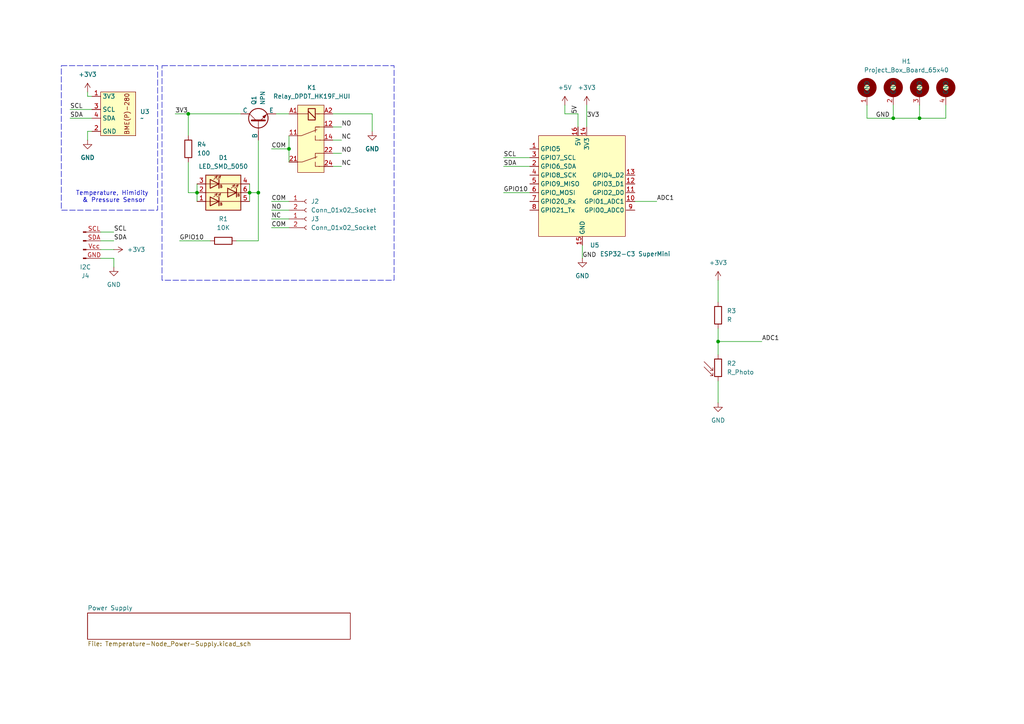
<source format=kicad_sch>
(kicad_sch (version 20231120) (generator "eeschema") (generator_version "8.0")
  (paper "A4")
  (lib_symbols
    (symbol "+3V3_1" (power) (pin_numbers hide) (pin_names (offset 0) hide)
      (property "Value" "+3V3" (at 0 3.556 0))
      (symbol "+3V3_1_0_1"
        (polyline (pts (xy -0.762 1.27) (xy 0 2.54)))
        (polyline (pts (xy 0 0) (xy 0 2.54)))
        (polyline (pts (xy 0 2.54) (xy 0.762 1.27)))
      )
      (symbol "+3V3_1_1_1"
        (pin power_in line (at 0 0 90) (length 0) (name "~") (number "1"))
      )
    )
    (symbol "Alexander Symbol Library:Conn_I2C" (pin_names (offset 1.016) hide)
      (property "Reference" "J" (at 0 5.08 0))
      (property "Value" "I2C" (at 0 -7.62 0))
      (symbol "Conn_I2C_1_1"
        (polyline (pts (xy 1.27 -5.08) (xy 0.8636 -5.08)) (stroke (width 0.1524)))
        (polyline (pts (xy 1.27 -2.54) (xy 0.8636 -2.54)) (stroke (width 0.1524)))
        (polyline (pts (xy 1.27 0) (xy 0.8636 0)) (stroke (width 0.1524)))
        (polyline (pts (xy 1.27 2.54) (xy 0.8636 2.54)) (stroke (width 0.1524)))
        (rectangle (start 0.8636 -4.953) (end 0 -5.207) (stroke (width 0.1524)) (fill (type outline)))
        (rectangle (start 0.8636 -2.413) (end 0 -2.667) (stroke (width 0.1524)) (fill (type outline)))
        (rectangle (start 0.8636 0.127) (end 0 -0.127) (stroke (width 0.1524)) (fill (type outline)))
        (rectangle (start 0.8636 2.667) (end 0 2.413) (stroke (width 0.1524)) (fill (type outline)))
        (pin power_out line (at 5.08 2.54 180) (length 3.81) (name "GND") (number "GND"))
        (pin bidirectional line (at 5.08 -5.08 180) (length 3.81) (name "SCL") (number "SCL"))
        (pin bidirectional line (at 5.08 -2.54 180) (length 3.81) (name "SDA") (number "SDA"))
        (pin power_in line (at 5.08 0 180) (length 3.81) (name "VCC") (number "Vcc"))
      )
    )
    (symbol "Alexander Symbol Library:ESP32-C3-SuperMini"
      (property "Reference" "U" (at 0 0 0))
      (property "Value" "ESP32-C3 SuperMini" (at 25.654 0 0))
      (symbol "ESP32-C3-SuperMini_0_1"
        (rectangle (start 0 -2.54) (end 25.146 -31.75) (fill (type background)))
      )
      (symbol "ESP32-C3-SuperMini_1_1"
        (pin bidirectional line (at -2.54 -6.35 0) (length 2.54) (name "GPIO5") (number "1"))
        (pin bidirectional line (at 27.94 -21.59 180) (length 2.54) (name "GPIO1_ADC1") (number "10"))
        (pin bidirectional line (at 27.94 -19.05 180) (length 2.54) (name "GPIO2_D0") (number "11"))
        (pin bidirectional line (at 27.94 -16.51 180) (length 2.54) (name "GPIO3_D1") (number "12"))
        (pin bidirectional line (at 27.94 -13.97 180) (length 2.54) (name "GPIO4_D2") (number "13"))
        (pin power_in line (at 13.97 0 270) (length 2.54) (name "3V3") (number "14"))
        (pin power_out line (at 12.7 -34.29 90) (length 2.54) (name "GND") (number "15"))
        (pin power_in line (at 11.43 0 270) (length 2.54) (name "5V") (number "16"))
        (pin bidirectional line (at -2.54 -11.43 0) (length 2.54) (name "GPIO6_SDA") (number "2"))
        (pin bidirectional line (at -2.54 -8.89 0) (length 2.54) (name "GPIO7_SCL") (number "3"))
        (pin bidirectional line (at -2.54 -13.97 0) (length 2.54) (name "GPIO8_SCK") (number "4"))
        (pin bidirectional line (at -2.54 -16.51 0) (length 2.54) (name "GPIO9_MISO") (number "5"))
        (pin bidirectional line (at -2.54 -19.05 0) (length 2.54) (name "GPIO_MOSI") (number "6"))
        (pin bidirectional line (at -2.54 -21.59 0) (length 2.54) (name "GPIO20_Rx") (number "7"))
        (pin bidirectional line (at -2.54 -24.13 0) (length 2.54) (name "GPIO21_Tx") (number "8"))
        (pin bidirectional line (at 27.94 -24.13 180) (length 2.54) (name "GPIO0_ADC0") (number "9"))
      )
    )
    (symbol "Alexander Symbol Library:LED_SMD_5050" (pin_names hide)
      (property "Reference" "D" (at -5.08 6.35 0))
      (property "Value" "LED_SMD_5050" (at -5.08 -6.35 0))
      (symbol "LED_SMD_5050_0_0"
        (text "B" (at -0.635 -3.3274 0) (effects (font (size 0.762 0.762))))
      )
      (symbol "LED_SMD_5050_0_1"
        (rectangle (start -5.08 5.08) (end 5.08 -5.08) (stroke (width 0.254)) (fill (type background)))
        (polyline (pts (xy -5.08 -2.54) (xy 5.08 -2.54)))
        (polyline (pts (xy -5.08 0) (xy 5.08 0)))
        (polyline (pts (xy -5.08 2.54) (xy 5.08 2.54)))
        (polyline (pts (xy -2.794 -1.27) (xy -1.778 -0.254)))
        (polyline (pts (xy -2.794 3.81) (xy -1.778 4.826)))
        (polyline (pts (xy -1.778 -1.27) (xy -0.762 -0.254)))
        (polyline (pts (xy -1.778 3.81) (xy -0.762 4.826)))
        (polyline (pts (xy -1.27 -1.27) (xy -1.27 -3.81)) (stroke (width 0.254)))
        (polyline (pts (xy -1.27 3.81) (xy -1.27 1.27)) (stroke (width 0.254)))
        (polyline (pts (xy 2.286 1.27) (xy 3.302 2.286)))
        (polyline (pts (xy 3.302 1.27) (xy 4.318 2.286)))
        (polyline (pts (xy 3.81 1.27) (xy 3.81 -1.27)) (stroke (width 0.254)))
        (polyline (pts (xy -2.54 4.572) (xy -1.778 4.826) (xy -2.032 4.064)))
        (polyline (pts (xy -2.032 -1.016) (xy -1.778 -0.254) (xy -2.54 -0.508)))
        (polyline (pts (xy -1.524 -0.508) (xy -0.762 -0.254) (xy -1.016 -1.016)))
        (polyline (pts (xy -1.524 4.572) (xy -0.762 4.826) (xy -1.016 4.064)))
        (polyline (pts (xy 3.048 1.524) (xy 3.302 2.286) (xy 2.54 2.032)))
        (polyline (pts (xy 3.556 2.032) (xy 4.318 2.286) (xy 4.064 1.524)))
        (polyline (pts (xy -3.81 -1.27) (xy -3.81 -3.81) (xy -1.27 -2.54) (xy -3.81 -1.27)) (stroke (width 0.254)))
        (polyline (pts (xy -3.81 3.81) (xy -3.81 1.27) (xy -1.27 2.54) (xy -3.81 3.81)) (stroke (width 0.254)))
        (polyline (pts (xy 1.27 1.27) (xy 1.27 -1.27) (xy 3.81 0) (xy 1.27 1.27)) (stroke (width 0.254)))
      )
      (symbol "LED_SMD_5050_1_0"
        (text "B" (at -0.635 1.8034 0) (effects (font (size 0.762 0.762))))
        (text "B" (at 4.4196 -0.7112 0) (effects (font (size 0.762 0.762))))
      )
      (symbol "LED_SMD_5050_1_1"
        (pin passive line (at -7.62 -2.54 0) (length 2.54) (name "AB") (number "1"))
        (pin passive line (at -7.62 0 0) (length 2.54) (name "KB") (number "2"))
        (pin passive line (at -7.62 2.54 0) (length 2.54) (name "AR") (number "3"))
        (pin passive line (at 7.62 2.54 180) (length 2.54) (name "KR") (number "4"))
        (pin passive line (at 7.62 -2.54 180) (length 2.54) (name "AG") (number "5"))
        (pin passive line (at 7.62 0 180) (length 2.54) (name "KR") (number "6"))
      )
    )
    (symbol "Alexander_Library_Symbols:BME(P)280"
      (property "Reference" "U" (at 0 0 0))
      (symbol "BME(P)280_0_1"
        (rectangle (start -2.54 -2.54) (end 7.62 -15.24) (fill (type background)))
      )
      (symbol "BME(P)280_1_1"
        (text "BME(P)-280" (at 5.08 -8.89 900) (effects (font (size 1.27 1.27))))
        (pin power_in line (at -5.08 -3.81 0) (length 2.54) (name "3V3") (number "1"))
        (pin power_out line (at -5.08 -13.97 0) (length 2.54) (name "GND") (number "2"))
        (pin input line (at -5.08 -7.62 0) (length 2.54) (name "SCL") (number "3"))
        (pin bidirectional line (at -5.08 -10.16 0) (length 2.54) (name "SDA") (number "4"))
      )
    )
    (symbol "Alexander_Library_Symbols:Project_Box_Board_65x40"
      (property "Reference" "H" (at 0 7.62 0))
      (property "Value" "Project_Box_Board_65x40" (at 0 5.08 0))
      (symbol "Project_Box_Board_65x40_0_1"
        (circle (center -11.43 -1.27) (radius 1.27) (fill (type background)))
        (circle (center -11.43 -1.27) (radius 1.7961) (stroke (width 2)))
        (circle (center -3.81 -1.27) (radius 1.27) (fill (type background)))
        (circle (center -3.81 -1.27) (radius 1.7961) (stroke (width 2)))
        (circle (center 3.81 -1.27) (radius 1.27) (fill (type background)))
        (circle (center 3.81 -1.27) (radius 1.7961) (stroke (width 2)))
        (circle (center 11.43 -1.27) (radius 1.27) (fill (type background)))
        (circle (center 11.43 -1.27) (radius 1.7961) (stroke (width 2)))
      )
      (symbol "Project_Box_Board_65x40_1_1"
        (pin passive line (at -11.43 -6.35 90) (length 2.54) (name "GND") (number "1"))
        (pin passive line (at -3.81 -6.35 90) (length 2.54) (name "GND") (number "2"))
        (pin passive line (at 3.81 -6.35 90) (length 2.54) (name "GND") (number "3"))
        (pin passive line (at 11.43 -6.35 90) (length 2.54) (name "GND") (number "4"))
      )
    )
    (symbol "Alexander_Library_Symbols:Relay_DPDT_HK19F_HUI"
      (property "Reference" "K1" (at 0.254 2.54 0))
      (property "Value" "Relay_DPDT_HK19F_HUI" (at 0.254 0 0))
      (symbol "Relay_DPDT_HK19F_HUI_0_1"
        (rectangle (start -3.81 -2.54) (end 3.81 -22.098) (fill (type background)))
        (rectangle (start -0.762 -3.556) (end 1.27 -6.858) (stroke (width 0.254)))
        (polyline (pts (xy -4.064 -5.08) (xy -0.762 -5.08)))
        (polyline (pts (xy -0.762 -4.318) (xy 1.27 -6.35)) (stroke (width 0.254)))
        (polyline (pts (xy 1.27 -19.05) (xy 1.27 -19.558)))
        (polyline (pts (xy 1.27 -12.7) (xy 1.27 -11.938)))
        (polyline (pts (xy 1.27 -11.43) (xy 1.27 -11.938)))
        (polyline (pts (xy 1.778 -5.08) (xy 4.064 -5.08)))
        (polyline (pts (xy 2.032 -16.51) (xy 4.064 -16.51)))
        (polyline (pts (xy 2.286 -20.32) (xy 4.318 -20.32)))
        (polyline (pts (xy 2.54 -12.7) (xy 4.572 -12.7)))
        (polyline (pts (xy 2.54 -5.08) (xy 1.27 -5.08)))
        (polyline (pts (xy 2.794 -12.7) (xy 1.27 -12.7)))
        (polyline (pts (xy -3.81 -19.05) (xy -2.54 -19.05) (xy 1.778 -17.526)))
        (polyline (pts (xy -3.81 -11.43) (xy -2.794 -11.43) (xy 1.778 -9.652)))
        (polyline (pts (xy 2.54 -20.32) (xy 1.27 -20.32) (xy 1.27 -19.558)))
        (polyline (pts (xy 2.54 -16.51) (xy 1.27 -16.51) (xy 1.27 -18.034)))
        (polyline (pts (xy 2.54 -8.89) (xy 1.27 -8.89) (xy 1.27 -10.414)))
        (polyline (pts (xy 3.81 -8.89) (xy 2.286 -8.89) (xy 1.524 -8.89)))
      )
      (symbol "Relay_DPDT_HK19F_HUI_1_1"
        (pin passive line (at -6.35 -11.43 0) (length 2.54) (name "~") (number "11"))
        (pin passive line (at 6.35 -8.89 180) (length 2.54) (name "~") (number "12"))
        (pin passive line (at 6.35 -12.7 180) (length 2.54) (name "~") (number "14"))
        (pin passive line (at -6.35 -19.05 0) (length 2.54) (name "~") (number "21"))
        (pin passive line (at 6.35 -16.51 180) (length 2.54) (name "~") (number "22"))
        (pin passive line (at 6.35 -20.32 180) (length 2.54) (name "~") (number "24"))
        (pin passive line (at -6.35 -5.08 0) (length 2.54) (name "~") (number "A1"))
        (pin passive line (at 6.35 -5.08 180) (length 2.54) (name "~") (number "A2"))
      )
    )
    (symbol "Connector:Conn_01x02_Socket" (pin_names (offset 1.016) hide)
      (property "Reference" "J" (at 0 2.54 0))
      (property "Value" "Conn_01x02_Socket" (at 0 -5.08 0))
      (symbol "Conn_01x02_Socket_1_1"
        (arc (start 0 -2.032) (mid -0.5058 -2.54) (end 0 -3.048) (stroke (width 0.1524)))
        (polyline (pts (xy -1.27 -2.54) (xy -0.508 -2.54)) (stroke (width 0.1524)))
        (polyline (pts (xy -1.27 0) (xy -0.508 0)) (stroke (width 0.1524)))
        (arc (start 0 0.508) (mid -0.5058 0) (end 0 -0.508) (stroke (width 0.1524)))
        (pin passive line (at -5.08 0 0) (length 3.81) (name "Pin_1") (number "1"))
        (pin passive line (at -5.08 -2.54 0) (length 3.81) (name "Pin_2") (number "2"))
      )
    )
    (symbol "Device:R" (pin_numbers hide) (pin_names (offset 0))
      (property "Reference" "R" (at 2.032 0 90))
      (property "Value" "R" (at 0 0 90))
      (symbol "R_0_1"
        (rectangle (start -1.016 -2.54) (end 1.016 2.54) (stroke (width 0.254)))
      )
      (symbol "R_1_1"
        (pin passive line (at 0 3.81 270) (length 1.27) (name "~") (number "1"))
        (pin passive line (at 0 -3.81 90) (length 1.27) (name "~") (number "2"))
      )
    )
    (symbol "Device:R_Photo" (pin_numbers hide) (pin_names (offset 0))
      (property "Reference" "R" (at 1.27 1.27 0))
      (property "Value" "R_Photo" (at 1.27 0 0))
      (symbol "R_Photo_0_1"
        (rectangle (start -1.016 2.54) (end 1.016 -2.54) (stroke (width 0.254)))
        (polyline (pts (xy -1.524 -2.286) (xy -4.064 0.254)))
        (polyline (pts (xy -1.524 -2.286) (xy -2.286 -2.286)))
        (polyline (pts (xy -1.524 -2.286) (xy -1.524 -1.524)))
        (polyline (pts (xy -1.524 -0.762) (xy -4.064 1.778)))
        (polyline (pts (xy -1.524 -0.762) (xy -2.286 -0.762)))
        (polyline (pts (xy -1.524 -0.762) (xy -1.524 0)))
      )
      (symbol "R_Photo_1_1"
        (pin passive line (at 0 3.81 270) (length 1.27) (name "~") (number "1"))
        (pin passive line (at 0 -3.81 90) (length 1.27) (name "~") (number "2"))
      )
    )
    (symbol "GND_1" (power) (pin_numbers hide) (pin_names (offset 0) hide)
      (property "Value" "GND" (at 0 -3.81 0))
      (symbol "GND_1_0_1"
        (polyline (pts (xy 0 0) (xy 0 -1.27) (xy 1.27 -1.27) (xy 0 -2.54) (xy -1.27 -1.27) (xy 0 -1.27)))
      )
      (symbol "GND_1_1_1"
        (pin power_in line (at 0 0 270) (length 0) (name "~") (number "1"))
      )
    )
    (symbol "GND_5" (power) (pin_numbers hide) (pin_names (offset 0) hide)
      (property "Value" "GND" (at 0 -3.81 0))
      (symbol "GND_5_0_1"
        (polyline (pts (xy 0 0) (xy 0 -1.27) (xy 1.27 -1.27) (xy 0 -2.54) (xy -1.27 -1.27) (xy 0 -1.27)))
      )
      (symbol "GND_5_1_1"
        (pin power_in line (at 0 0 270) (length 0) (name "~") (number "1"))
      )
    )
    (symbol "Simulation_SPICE:NPN" (pin_numbers hide) (pin_names (offset 0))
      (property "Reference" "Q" (at -2.54 7.62 0))
      (property "Value" "NPN" (at -2.54 5.08 0))
      (symbol "NPN_0_1"
        (polyline (pts (xy -2.54 0) (xy 0.635 0)) (stroke (width 0.1524)))
        (polyline (pts (xy 0.635 0.635) (xy 2.54 2.54)))
        (polyline (pts (xy 2.794 -1.27) (xy 2.794 -1.27)) (stroke (width 0.1524)))
        (polyline (pts (xy 2.794 -1.27) (xy 2.794 -1.27)) (stroke (width 0.1524)))
        (polyline (pts (xy 0.635 -0.635) (xy 2.54 -2.54) (xy 2.54 -2.54)))
        (polyline (pts (xy 0.635 1.905) (xy 0.635 -1.905) (xy 0.635 -1.905)) (stroke (width 0.508)))
        (polyline (pts (xy 1.27 -1.778) (xy 1.778 -1.27) (xy 2.286 -2.286) (xy 1.27 -1.778) (xy 1.27 -1.778)) (fill (type outline)))
        (circle (center 1.27 0) (radius 2.8194) (stroke (width 0.254)))
      )
      (symbol "NPN_1_1"
        (pin open_collector line (at 2.54 5.08 270) (length 2.54) (name "C") (number "1"))
        (pin input line (at -5.08 0 0) (length 2.54) (name "B") (number "2"))
        (pin open_emitter line (at 2.54 -5.08 90) (length 2.54) (name "E") (number "3"))
      )
    )
    (symbol "power:+3.3V" (power) (pin_numbers hide) (pin_names (offset 0) hide)
      (property "Value" "+3.3V" (at 0 3.556 0))
      (symbol "+3.3V_0_1"
        (polyline (pts (xy -0.762 1.27) (xy 0 2.54)))
        (polyline (pts (xy 0 0) (xy 0 2.54)))
        (polyline (pts (xy 0 2.54) (xy 0.762 1.27)))
      )
      (symbol "+3.3V_1_1"
        (pin power_in line (at 0 0 90) (length 0) (name "~") (number "1"))
      )
    )
    (symbol "power:+3V3" (power) (pin_names (offset 0))
      (property "Value" "+3V3" (at 0 3.556 0))
      (symbol "+3V3_0_1"
        (polyline (pts (xy -0.762 1.27) (xy 0 2.54)))
        (polyline (pts (xy 0 0) (xy 0 2.54)))
        (polyline (pts (xy 0 2.54) (xy 0.762 1.27)))
      )
      (symbol "+3V3_1_1"
        (pin power_in line (at 0 0 90) (length 0) hide (name "+3V3") (number "1"))
      )
    )
    (symbol "power:+5V" (power) (pin_numbers hide) (pin_names (offset 0) hide)
      (property "Value" "+5V" (at 0 3.556 0))
      (symbol "+5V_0_1"
        (polyline (pts (xy -0.762 1.27) (xy 0 2.54)))
        (polyline (pts (xy 0 0) (xy 0 2.54)))
        (polyline (pts (xy 0 2.54) (xy 0.762 1.27)))
      )
      (symbol "+5V_1_1"
        (pin power_in line (at 0 0 90) (length 0) (name "~") (number "1"))
      )
    )
    (symbol "power:GND" (power) (pin_numbers hide) (pin_names (offset 0) hide)
      (property "Value" "GND" (at 0 -3.81 0))
      (symbol "GND_0_1"
        (polyline (pts (xy 0 0) (xy 0 -1.27) (xy 1.27 -1.27) (xy 0 -2.54) (xy -1.27 -1.27) (xy 0 -1.27)))
      )
      (symbol "GND_1_1"
        (pin power_in line (at 0 0 270) (length 0) (name "~") (number "1"))
      )
    )
  )
  (junction (at 83.82 43.18))
  (junction (at 54.61 33.02))
  (junction (at 259.08 34.29))
  (junction (at 57.15 55.88))
  (junction (at 266.7 34.29))
  (junction (at 208.28 99.06))
  (junction (at 74.93 55.88))
  (junction (at 72.39 55.88))
  (wire (pts (xy 33.02 74.93) (xy 33.02 77.47)))
  (wire (pts (xy 78.74 63.5) (xy 83.82 63.5)))
  (wire (pts (xy 29.21 67.31) (xy 33.02 67.31)))
  (wire (pts (xy 25.4 26.67) (xy 25.4 27.94)))
  (wire (pts (xy 259.08 30.48) (xy 259.08 34.29)))
  (wire (pts (xy 163.83 30.48) (xy 163.83 33.02)))
  (wire (pts (xy 96.52 40.64) (xy 99.06 40.64)))
  (wire (pts (xy 146.05 48.26) (xy 153.67 48.26)))
  (wire (pts (xy 146.05 45.72) (xy 153.67 45.72)))
  (wire (pts (xy 83.82 43.18) (xy 83.82 39.37)))
  (wire (pts (xy 83.82 43.18) (xy 83.82 46.99)))
  (wire (pts (xy 96.52 36.83) (xy 99.06 36.83)))
  (wire (pts (xy 274.32 34.29) (xy 274.32 30.48)))
  (wire (pts (xy 146.05 55.88) (xy 153.67 55.88)))
  (wire (pts (xy 251.46 30.48) (xy 251.46 34.29)))
  (wire (pts (xy 25.4 38.1) (xy 25.4 40.64)))
  (wire (pts (xy 20.32 34.29) (xy 26.67 34.29)))
  (wire (pts (xy 74.93 40.64) (xy 74.93 55.88)))
  (wire (pts (xy 80.01 33.02) (xy 83.82 33.02)))
  (wire (pts (xy 208.28 99.06) (xy 208.28 102.87)))
  (wire (pts (xy 107.95 33.02) (xy 107.95 38.1)))
  (wire (pts (xy 54.61 33.02) (xy 69.85 33.02)))
  (wire (pts (xy 29.21 74.93) (xy 33.02 74.93)))
  (wire (pts (xy 266.7 34.29) (xy 274.32 34.29)))
  (wire (pts (xy 57.15 53.34) (xy 57.15 55.88)))
  (wire (pts (xy 72.39 55.88) (xy 72.39 53.34)))
  (wire (pts (xy 57.15 55.88) (xy 57.15 58.42)))
  (wire (pts (xy 78.74 58.42) (xy 83.82 58.42)))
  (wire (pts (xy 96.52 44.45) (xy 99.06 44.45)))
  (wire (pts (xy 52.07 69.85) (xy 60.96 69.85)))
  (wire (pts (xy 72.39 55.88) (xy 74.93 55.88)))
  (wire (pts (xy 54.61 46.99) (xy 54.61 55.88)))
  (wire (pts (xy 208.28 81.28) (xy 208.28 87.63)))
  (wire (pts (xy 74.93 69.85) (xy 68.58 69.85)))
  (wire (pts (xy 74.93 55.88) (xy 74.93 69.85)))
  (wire (pts (xy 29.21 69.85) (xy 33.02 69.85)))
  (wire (pts (xy 220.98 99.06) (xy 208.28 99.06)))
  (wire (pts (xy 78.74 43.18) (xy 83.82 43.18)))
  (wire (pts (xy 72.39 55.88) (xy 72.39 58.42)))
  (wire (pts (xy 96.52 48.26) (xy 99.06 48.26)))
  (wire (pts (xy 25.4 27.94) (xy 26.67 27.94)))
  (wire (pts (xy 20.32 31.75) (xy 26.67 31.75)))
  (wire (pts (xy 259.08 34.29) (xy 266.7 34.29)))
  (wire (pts (xy 184.15 58.42) (xy 190.5 58.42)))
  (wire (pts (xy 78.74 60.96) (xy 83.82 60.96)))
  (wire (pts (xy 78.74 66.04) (xy 83.82 66.04)))
  (wire (pts (xy 29.21 72.39) (xy 33.02 72.39)))
  (wire (pts (xy 96.52 33.02) (xy 107.95 33.02)))
  (wire (pts (xy 54.61 33.02) (xy 54.61 39.37)))
  (wire (pts (xy 208.28 95.25) (xy 208.28 99.06)))
  (wire (pts (xy 163.83 33.02) (xy 167.64 33.02)))
  (wire (pts (xy 167.64 33.02) (xy 167.64 36.83)))
  (wire (pts (xy 26.67 38.1) (xy 25.4 38.1)))
  (wire (pts (xy 208.28 110.49) (xy 208.28 116.84)))
  (wire (pts (xy 170.18 30.48) (xy 170.18 36.83)))
  (wire (pts (xy 266.7 30.48) (xy 266.7 34.29)))
  (wire (pts (xy 57.15 55.88) (xy 54.61 55.88)))
  (wire (pts (xy 50.8 33.02) (xy 54.61 33.02)))
  (wire (pts (xy 168.91 71.12) (xy 168.91 74.93)))
  (wire (pts (xy 251.46 34.29) (xy 259.08 34.29)))
  (rectangle (start 46.99 19.05) (end 114.3 81.28) (stroke (width 0) (type dash)))
  (rectangle (start 17.78 19.05) (end 45.72 60.96) (stroke (width 0) (type dash)))
  (text "Temperature, Himidity \n& Pressure Sensor" (at 33.02 57.15 0) (effects (font (size 1.27 1.27))))
  (label "SDA" (at 33.02 69.85 0))
  (label "SCL" (at 20.32 31.75 0))
  (label "GPIO10" (at 52.07 69.85 0))
  (label "NO" (at 99.06 44.45 0))
  (label "NO" (at 78.74 60.96 0))
  (label "COM" (at 78.74 43.18 0))
  (label "NC" (at 99.06 40.64 0))
  (label "COM" (at 78.74 66.04 0))
  (label "NO" (at 99.06 36.83 0))
  (label "GND" (at 254 34.29 0))
  (label "COM" (at 78.74 58.42 0))
  (label "GPIO10" (at 146.05 55.88 0))
  (label "NC" (at 78.74 63.5 0))
  (label "SCL" (at 146.05 45.72 0))
  (label "5V" (at 167.64 33.02 90))
  (label "SDA" (at 20.32 34.29 0))
  (label "SDA" (at 146.05 48.26 0))
  (label "ADC1" (at 190.5 58.42 0))
  (label "3V3" (at 50.8 33.02 0))
  (label "GND" (at 168.91 74.93 0))
  (label "SCL" (at 33.02 67.31 0))
  (label "NC" (at 99.06 48.26 0))
  (label "ADC1" (at 220.98 99.06 0))
  (label "3V3" (at 170.18 34.29 0))
  (symbol (lib_id "Alexander Symbol Library:Conn_I2C") (at 24.13 72.39 0) (mirror x) (unit 1)
    (property "Reference" "J4" (at 24.765 80.01 0))
    (property "Value" "I2C" (at 24.765 77.47 0))
    (property "Footprint" "Alexander Footprint Library:Conn_I2C" (effects (hide yes)))
    (property "Description" "I2C connector, single row, 01x04" (effects (hide yes)))
  )
  (symbol (lib_name "+3V3_1") (lib_id "power:+3V3") (at 33.02 72.39 270) (unit 1)
    (property "Reference" "#PWR014" (effects (hide yes)))
    (property "Value" "+3V3" (at 36.83 72.3899 90) (effects (justify left)))
    (property "Description" "Power symbol creates a global label with name \"+3V3\"" (effects (hide yes)))
  )
  (symbol (lib_id "Alexander Symbol Library:LED_SMD_5050") (at 64.77 55.88 0) (unit 1)
    (property "Reference" "D1" (at 64.77 45.72 0))
    (property "Value" "LED_SMD_5050" (at 64.77 48.26 0))
    (property "Footprint" "Alexander Footprint Library:LED_5050-6" (effects (hide yes)))
    (property "Datasheet" "https://www.cree.com/led-components/media/documents/CLS6B-FKW.pdf" (effects (hide yes)))
    (property "Description" "Cree PLCC6 3 in 1 SMD LED, PLCC-6" (effects (hide yes)))
  )
  (symbol (lib_id "Device:R") (at 64.77 69.85 270) (unit 1)
    (property "Reference" "R1" (at 64.77 63.5 90))
    (property "Value" "10K" (at 64.77 66.04 90))
    (property "Footprint" "Resistor_SMD:R_1206_3216Metric_Pad1.30x1.75mm_HandSolder" (effects (hide yes)))
    (property "Description" "Resistor" (effects (hide yes)))
  )
  (symbol (lib_name "GND_5") (lib_id "power:GND") (at 25.4 40.64 0) (unit 1)
    (property "Reference" "#PWR09" (effects (hide yes)))
    (property "Value" "GND" (at 25.4 45.72 0) (effects (font (bold yes))))
    (property "Description" "Power symbol creates a global label with name \"GND\" , ground" (effects (hide yes)))
  )
  (symbol (lib_id "Simulation_SPICE:NPN") (at 74.93 35.56 90) (unit 1)
    (property "Reference" "Q1" (at 73.6599 30.48 0) (effects (justify left)))
    (property "Value" "NPN" (at 76.1999 30.48 0) (effects (justify left)))
    (property "Footprint" "Package_TO_SOT_THT:TO-92" (effects (hide yes)))
    (property "Datasheet" "https://ngspice.sourceforge.io/docs/ngspice-html-manual/manual.xhtml#cha_BJTs" (effects (hide yes)))
    (property "Description" "Bipolar transistor symbol for simulation only, substrate tied to the emitter" (effects (hide yes)))
    (property "Sim.Device" "NPN" (effects (hide yes)))
    (property "Sim.Type" "GUMMELPOON" (effects (hide yes)))
    (property "Sim.Pins" "1=C 2=B 3=E" (effects (hide yes)))
  )
  (symbol (lib_id "Device:R") (at 208.28 91.44 0) (unit 1)
    (property "Reference" "R3" (at 210.82 90.1699 0) (effects (justify left)))
    (property "Value" "R" (at 210.82 92.7099 0) (effects (justify left)))
    (property "Footprint" "Resistor_SMD:R_1206_3216Metric_Pad1.30x1.75mm_HandSolder" (effects (hide yes)))
    (property "Description" "Resistor" (effects (hide yes)))
  )
  (symbol (lib_id "Alexander_Library_Symbols:BME(P)280") (at 31.75 24.13 0) (unit 1)
    (property "Reference" "U3" (at 40.64 32.3849 0) (effects (justify left)))
    (property "Value" "~" (at 40.64 34.29 0) (effects (justify left)))
    (property "Footprint" "Alexander Footprint Library:BME280_BMP280_I2C" (effects (hide yes)))
    (property "Description" "BME(P)-280 I2C Environment Sensor" (effects (hide yes)))
  )
  (symbol (lib_name "GND_1") (lib_id "power:GND") (at 107.95 38.1 0) (unit 1)
    (property "Reference" "#PWR013" (effects (hide yes)))
    (property "Value" "GND" (at 107.95 43.18 0) (effects (font (bold yes))))
    (property "Description" "Power symbol creates a global label with name \"GND\" , ground" (effects (hide yes)))
  )
  (symbol (lib_id "power:+3.3V") (at 170.18 30.48 0) (unit 1)
    (property "Reference" "#PWR05" (effects (hide yes)))
    (property "Value" "+3V3" (at 170.18 25.4 0))
    (property "Description" "Power symbol creates a global label with name \"+3.3V\"" (effects (hide yes)))
  )
  (symbol (lib_id "Alexander_Library_Symbols:Project_Box_Board_65x40") (at 262.89 24.13 0) (unit 1)
    (property "Reference" "H1" (at 262.89 17.78 0))
    (property "Value" "Project_Box_Board_65x40" (at 262.89 20.32 0))
    (property "Footprint" "Alexander Footprint Library:Board_65-40" (effects (hide yes)))
    (property "Description" "3.2mm Diameter Mounting Holes Pads (M3)" (effects (hide yes)))
  )
  (symbol (lib_id "Alexander_Library_Symbols:Relay_DPDT_HK19F_HUI") (at 90.17 27.94 0) (unit 1)
    (property "Reference" "K1" (at 90.424 25.4 0))
    (property "Value" "Relay_DPDT_HK19F_HUI" (at 90.424 27.94 0))
    (property "Footprint" "Alexander Footprint Library:Relay_DPDT_HK19F_HUI" (effects (hide yes)))
    (property "Description" "Monostable Relay DPDT, EN50005" (effects (hide yes)))
  )
  (symbol (lib_id "Device:R") (at 54.61 43.18 0) (unit 1)
    (property "Reference" "R4" (at 57.15 41.9099 0) (effects (justify left)))
    (property "Value" "100" (at 57.15 44.4499 0) (effects (justify left)))
    (property "Footprint" "Resistor_SMD:R_1206_3216Metric_Pad1.30x1.75mm_HandSolder" (effects (hide yes)))
    (property "Description" "Resistor" (effects (hide yes)))
  )
  (symbol (lib_id "Alexander Symbol Library:ESP32-C3-SuperMini") (at 156.21 36.83 0) (unit 1)
    (property "Reference" "U5" (at 171.1041 71.12 0) (effects (justify left)))
    (property "Value" "ESP32-C3 SuperMini" (at 173.99 73.66 0) (effects (justify left)))
    (property "Footprint" "Alexander Footprint Library:ESP32-C3_SuperMini" (effects (hide yes)))
  )
  (symbol (lib_id "power:+3V3") (at 25.4 26.67 0) (unit 1)
    (property "Reference" "#PWR08" (effects (hide yes)))
    (property "Value" "+3V3" (at 25.4 21.59 0))
  )
  (symbol (lib_id "power:GND") (at 33.02 77.47 0) (unit 1)
    (property "Reference" "#PWR02" (effects (hide yes)))
    (property "Value" "GND" (at 33.02 82.55 0))
    (property "Description" "Power symbol creates a global label with name \"GND\" , ground" (effects (hide yes)))
  )
  (symbol (lib_id "Connector:Conn_01x02_Socket") (at 88.9 63.5 0) (unit 1)
    (property "Reference" "J3" (at 90.17 63.5 0) (effects (justify left)))
    (property "Value" "Conn_01x02_Socket" (at 90.17 66.04 0) (effects (justify left)))
    (property "Footprint" "Alexander Footprint Library:Conn_Terminal_5mm" (effects (hide yes)))
  )
  (symbol (lib_id "power:GND") (at 208.28 116.84 0) (unit 1)
    (property "Reference" "#PWR03" (effects (hide yes)))
    (property "Value" "GND" (at 208.28 121.92 0))
    (property "Description" "Power symbol creates a global label with name \"GND\" , ground" (effects (hide yes)))
  )
  (symbol (lib_id "Connector:Conn_01x02_Socket") (at 88.9 58.42 0) (unit 1)
    (property "Reference" "J2" (at 90.17 58.42 0) (effects (justify left)))
    (property "Value" "Conn_01x02_Socket" (at 90.17 60.96 0) (effects (justify left)))
    (property "Footprint" "Alexander Footprint Library:Conn_Terminal_5mm" (effects (hide yes)))
  )
  (symbol (lib_id "Device:R_Photo") (at 208.28 106.68 0) (unit 1)
    (property "Reference" "R2" (at 210.82 105.4099 0) (effects (justify left)))
    (property "Value" "R_Photo" (at 210.82 107.9499 0) (effects (justify left)))
    (property "Footprint" "Package_TO_SOT_THT:TO-46-2_Pin2Center" (effects (hide yes)))
    (property "Description" "Photoresistor" (effects (hide yes)))
  )
  (symbol (lib_id "power:GND") (at 168.91 74.93 0) (unit 1)
    (property "Reference" "#PWR01" (effects (hide yes)))
    (property "Value" "GND" (at 168.91 80.01 0))
    (property "Description" "Power symbol creates a global label with name \"GND\" , ground" (effects (hide yes)))
  )
  (symbol (lib_id "power:+5V") (at 163.83 30.48 0) (unit 1)
    (property "Reference" "#PWR012" (effects (hide yes)))
    (property "Value" "+5V" (at 163.83 25.4 0))
    (property "Description" "Power symbol creates a global label with name \"+5V\"" (effects (hide yes)))
  )
  (symbol (lib_id "power:+3.3V") (at 208.28 81.28 0) (unit 1)
    (property "Reference" "#PWR04" (effects (hide yes)))
    (property "Value" "+3V3" (at 208.28 76.2 0))
    (property "Description" "Power symbol creates a global label with name \"+3.3V\"" (effects (hide yes)))
  )
  (sheet (at 25.4 177.8) (size 76.2 7.62) (stroke (width 0.1524))
    (property "Sheetname" "Power Supply" (at 25.4 177.0884 0) (effects (justify left bottom)))
    (property "Sheetfile" "Temperature-Node_Power-Supply.kicad_sch" (at 25.4 186.0046 0) (effects (justify left top)))
  )
)
</source>
